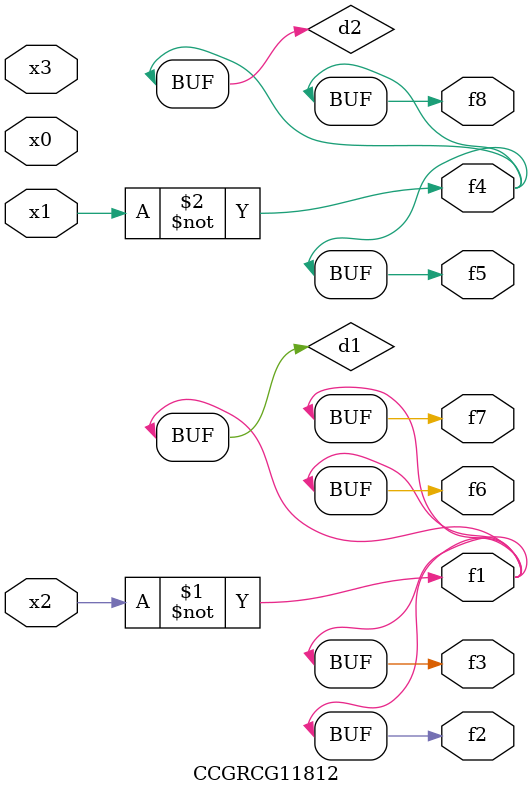
<source format=v>
module CCGRCG11812(
	input x0, x1, x2, x3,
	output f1, f2, f3, f4, f5, f6, f7, f8
);

	wire d1, d2;

	xnor (d1, x2);
	not (d2, x1);
	assign f1 = d1;
	assign f2 = d1;
	assign f3 = d1;
	assign f4 = d2;
	assign f5 = d2;
	assign f6 = d1;
	assign f7 = d1;
	assign f8 = d2;
endmodule

</source>
